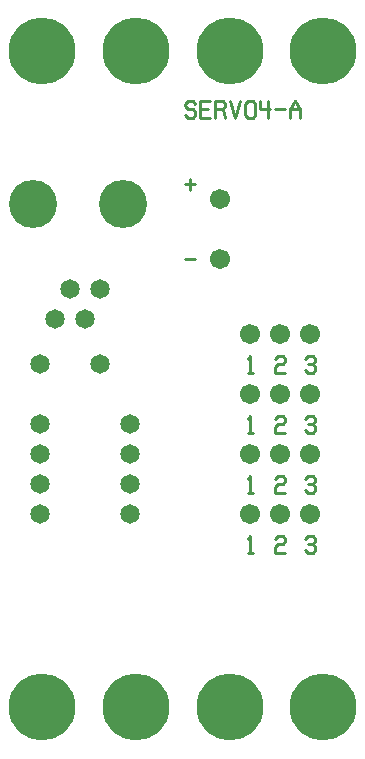
<source format=gtl>
%MOIN*%
%FSLAX25Y25*%
G04 D10 used for Character Trace; *
G04     Circle (OD=.01000) (No hole)*
G04 D11 used for Power Trace; *
G04     Circle (OD=.06700) (No hole)*
G04 D12 used for Signal Trace; *
G04     Circle (OD=.01100) (No hole)*
G04 D13 used for Via; *
G04     Circle (OD=.05800) (Round. Hole ID=.02800)*
G04 D14 used for Component hole; *
G04     Circle (OD=.06500) (Round. Hole ID=.03500)*
G04 D15 used for Component hole; *
G04     Circle (OD=.06700) (Round. Hole ID=.04300)*
G04 D16 used for Component hole; *
G04     Circle (OD=.08100) (Round. Hole ID=.05100)*
G04 D17 used for Component hole; *
G04     Circle (OD=.08900) (Round. Hole ID=.05900)*
G04 D18 used for Component hole; *
G04     Circle (OD=.11300) (Round. Hole ID=.08300)*
G04 D19 used for Component hole; *
G04     Circle (OD=.16000) (Round. Hole ID=.13000)*
G04 D20 used for Component hole; *
G04     Circle (OD=.18300) (Round. Hole ID=.15300)*
G04 D21 used for Component hole; *
G04     Circle (OD=.22291) (Round. Hole ID=.19291)*
%ADD10C,.01000*%
%ADD11C,.06700*%
%ADD12C,.01100*%
%ADD13C,.05800*%
%ADD14C,.06500*%
%ADD15C,.06700*%
%ADD16C,.08100*%
%ADD17C,.08900*%
%ADD18C,.11300*%
%ADD19C,.16000*%
%ADD20C,.18300*%
%ADD21C,.22291*%
%IPPOS*%
%LPD*%
G90*X0Y0D02*D21*X15625Y15625D03*X46875D03*D14*    
X45000Y80000D03*X15000D03*D21*X78125Y15625D03*D10*
X84163Y71914D02*X85000Y72871D01*Y67129D01*        
X84163D02*X85837D01*D15*X85000Y80000D03*D10*      
X84163Y91914D02*X85000Y92871D01*Y87129D01*        
X84163D02*X85837D01*D14*X45000Y90000D03*X15000D03*
D10*X93326Y71914D02*X94163Y72871D01*X95837D01*    
X96674Y71914D01*Y70957D01*X95837Y70000D01*        
X94163D01*X93326Y69043D01*Y67129D01*X96674D01*D15*
X95000Y80000D03*D10*X93326Y91914D02*              
X94163Y92871D01*X95837D01*X96674Y91914D01*        
Y90957D01*X95837Y90000D01*X94163D01*              
X93326Y89043D01*Y87129D01*X96674D01*D15*          
X95000Y100000D03*X85000D03*D14*X45000D03*         
X15000D03*D10*X103326Y71914D02*X104163Y72871D01*  
X105837D01*X106674Y71914D01*Y70957D01*            
X105837Y70000D01*X104163D01*X105837D02*           
X106674Y69043D01*Y68086D01*X105837Y67129D01*      
X104163D01*X103326Y68086D01*D15*X105000Y80000D03* 
D10*X103326Y91914D02*X104163Y92871D01*X105837D01* 
X106674Y91914D01*Y90957D01*X105837Y90000D01*      
X104163D01*X105837D02*X106674Y89043D01*Y88086D01* 
X105837Y87129D01*X104163D01*X103326Y88086D01*D15* 
X105000Y100000D03*D10*X103326Y111914D02*          
X104163Y112871D01*X105837D01*X106674Y111914D01*   
Y110957D01*X105837Y110000D01*X104163D01*          
X105837D02*X106674Y109043D01*Y108086D01*          
X105837Y107129D01*X104163D01*X103326Y108086D01*   
X93326Y111914D02*X94163Y112871D01*X95837D01*      
X96674Y111914D01*Y110957D01*X95837Y110000D01*     
X94163D01*X93326Y109043D01*Y107129D01*X96674D01*  
X84163Y111914D02*X85000Y112871D01*Y107129D01*     
X84163D02*X85837D01*D14*X45000Y110000D03*         
X15000D03*D21*X109375Y15625D03*D15*               
X105000Y120000D03*X95000D03*X85000D03*D10*        
X103326Y131914D02*X104163Y132871D01*X105837D01*   
X106674Y131914D01*Y130957D01*X105837Y130000D01*   
X104163D01*X105837D02*X106674Y129043D01*          
Y128086D01*X105837Y127129D01*X104163D01*          
X103326Y128086D01*X93326Y131914D02*               
X94163Y132871D01*X95837D01*X96674Y131914D01*      
Y130957D01*X95837Y130000D01*X94163D01*            
X93326Y129043D01*Y127129D01*X96674D01*            
X84163Y131914D02*X85000Y132871D01*Y127129D01*     
X84163D02*X85837D01*D14*X35000Y130000D03*         
X15000D03*D15*X105000Y140000D03*X95000D03*        
X85000D03*D14*X30000Y145000D03*X20000D03*         
X35000Y155000D03*X25000D03*D15*X75000Y165000D03*  
D10*X63326D02*X66674D01*D15*X75000Y185000D03*D19* 
X42500Y183500D03*X12500D03*D10*X63326Y190000D02*  
X66674D01*X65000Y191914D02*Y188086D01*            
X66674Y216914D02*X65837Y217871D01*X64163D01*      
X63326Y216914D01*Y215957D01*X64163Y215000D01*     
X65837D01*X66674Y214043D01*Y213086D01*            
X65837Y212129D01*X64163D01*X63326Y213086D01*      
X71674Y212129D02*X68326D01*Y217871D01*X71674D01*  
X68326Y215000D02*X70837D01*X73326Y212129D02*      
Y217871D01*X75837D01*X76674Y216914D01*Y215957D01* 
X75837Y215000D01*X73326D01*X75837D02*             
X76674Y212129D01*X78326Y217871D02*                
X80000Y212129D01*X81674Y217871D01*                
X86674Y213086D02*X85837Y212129D01*X84163D01*      
X83326Y213086D01*Y216914D01*X84163Y217871D01*     
X85837D01*X86674Y216914D01*Y213086D01*            
X90837Y217871D02*Y212129D01*X88326Y217871D02*     
Y215000D01*X91674D01*X93326D02*X96674D01*         
X98326Y212129D02*Y215000D01*X100000Y217871D01*    
X101674Y215000D01*Y212129D01*X98326Y215000D02*    
X101674D01*D21*X109375Y234375D03*X78125D03*       
X46875D03*X15625D03*M02*                          

</source>
